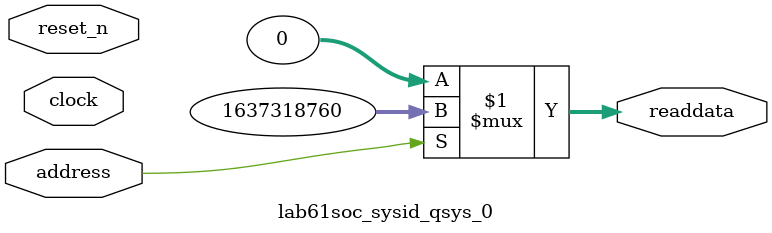
<source format=v>



// synthesis translate_off
`timescale 1ns / 1ps
// synthesis translate_on

// turn off superfluous verilog processor warnings 
// altera message_level Level1 
// altera message_off 10034 10035 10036 10037 10230 10240 10030 

module lab61soc_sysid_qsys_0 (
               // inputs:
                address,
                clock,
                reset_n,

               // outputs:
                readdata
             )
;

  output  [ 31: 0] readdata;
  input            address;
  input            clock;
  input            reset_n;

  wire    [ 31: 0] readdata;
  //control_slave, which is an e_avalon_slave
  assign readdata = address ? 1637318760 : 0;

endmodule



</source>
